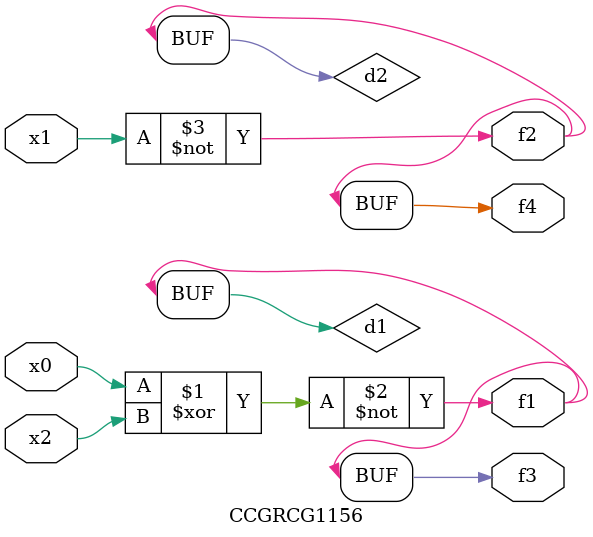
<source format=v>
module CCGRCG1156(
	input x0, x1, x2,
	output f1, f2, f3, f4
);

	wire d1, d2, d3;

	xnor (d1, x0, x2);
	nand (d2, x1);
	nor (d3, x1, x2);
	assign f1 = d1;
	assign f2 = d2;
	assign f3 = d1;
	assign f4 = d2;
endmodule

</source>
